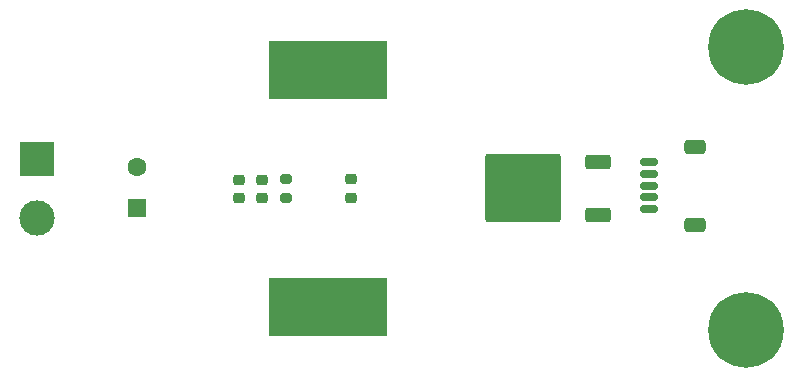
<source format=gbs>
G04 #@! TF.GenerationSoftware,KiCad,Pcbnew,7.0.9*
G04 #@! TF.CreationDate,2023-12-19T12:33:16+08:00*
G04 #@! TF.ProjectId,vnh5019,766e6835-3031-4392-9e6b-696361645f70,rev?*
G04 #@! TF.SameCoordinates,Original*
G04 #@! TF.FileFunction,Soldermask,Bot*
G04 #@! TF.FilePolarity,Negative*
%FSLAX46Y46*%
G04 Gerber Fmt 4.6, Leading zero omitted, Abs format (unit mm)*
G04 Created by KiCad (PCBNEW 7.0.9) date 2023-12-19 12:33:16*
%MOMM*%
%LPD*%
G01*
G04 APERTURE LIST*
G04 Aperture macros list*
%AMRoundRect*
0 Rectangle with rounded corners*
0 $1 Rounding radius*
0 $2 $3 $4 $5 $6 $7 $8 $9 X,Y pos of 4 corners*
0 Add a 4 corners polygon primitive as box body*
4,1,4,$2,$3,$4,$5,$6,$7,$8,$9,$2,$3,0*
0 Add four circle primitives for the rounded corners*
1,1,$1+$1,$2,$3*
1,1,$1+$1,$4,$5*
1,1,$1+$1,$6,$7*
1,1,$1+$1,$8,$9*
0 Add four rect primitives between the rounded corners*
20,1,$1+$1,$2,$3,$4,$5,0*
20,1,$1+$1,$4,$5,$6,$7,0*
20,1,$1+$1,$6,$7,$8,$9,0*
20,1,$1+$1,$8,$9,$2,$3,0*%
G04 Aperture macros list end*
%ADD10C,6.400000*%
%ADD11R,1.600000X1.600000*%
%ADD12C,1.600000*%
%ADD13R,3.000000X3.000000*%
%ADD14C,3.000000*%
%ADD15RoundRect,0.218750X0.256250X-0.218750X0.256250X0.218750X-0.256250X0.218750X-0.256250X-0.218750X0*%
%ADD16RoundRect,0.250000X0.850000X0.350000X-0.850000X0.350000X-0.850000X-0.350000X0.850000X-0.350000X0*%
%ADD17RoundRect,0.249997X2.950003X2.650003X-2.950003X2.650003X-2.950003X-2.650003X2.950003X-2.650003X0*%
%ADD18RoundRect,0.150000X-0.625000X0.150000X-0.625000X-0.150000X0.625000X-0.150000X0.625000X0.150000X0*%
%ADD19RoundRect,0.250000X-0.650000X0.350000X-0.650000X-0.350000X0.650000X-0.350000X0.650000X0.350000X0*%
%ADD20RoundRect,0.225000X0.250000X-0.225000X0.250000X0.225000X-0.250000X0.225000X-0.250000X-0.225000X0*%
%ADD21R,10.000000X5.000000*%
%ADD22RoundRect,0.218750X-0.256250X0.218750X-0.256250X-0.218750X0.256250X-0.218750X0.256250X0.218750X0*%
%ADD23RoundRect,0.200000X0.275000X-0.200000X0.275000X0.200000X-0.275000X0.200000X-0.275000X-0.200000X0*%
G04 APERTURE END LIST*
D10*
X127000000Y-93000000D03*
X127000000Y-117000000D03*
D11*
X75418036Y-106652651D03*
D12*
X75418036Y-103152651D03*
D13*
X66918036Y-102500000D03*
D14*
X66918036Y-107500000D03*
D15*
X86000000Y-105827500D03*
X86000000Y-104252500D03*
D16*
X114415000Y-102720000D03*
D17*
X108115000Y-105000000D03*
D16*
X114415000Y-107280000D03*
D18*
X118750000Y-102750000D03*
X118750000Y-103750000D03*
X118750000Y-104750000D03*
X118750000Y-105750000D03*
X118750000Y-106750000D03*
D19*
X122625000Y-101450000D03*
X122625000Y-108050000D03*
D20*
X93500000Y-105775000D03*
X93500000Y-104225000D03*
D21*
X91592400Y-95000000D03*
X91592400Y-115000000D03*
D22*
X84000000Y-104252500D03*
X84000000Y-105827500D03*
D23*
X88000000Y-105825000D03*
X88000000Y-104175000D03*
M02*

</source>
